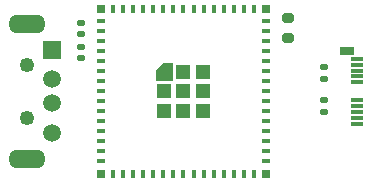
<source format=gbr>
%TF.GenerationSoftware,KiCad,Pcbnew,(6.0.7)*%
%TF.CreationDate,2023-02-04T21:02:38-08:00*%
%TF.ProjectId,ESP_Module,4553505f-4d6f-4647-956c-652e6b696361,rev?*%
%TF.SameCoordinates,Original*%
%TF.FileFunction,Soldermask,Top*%
%TF.FilePolarity,Negative*%
%FSLAX46Y46*%
G04 Gerber Fmt 4.6, Leading zero omitted, Abs format (unit mm)*
G04 Created by KiCad (PCBNEW (6.0.7)) date 2023-02-04 21:02:38*
%MOMM*%
%LPD*%
G01*
G04 APERTURE LIST*
G04 Aperture macros list*
%AMRoundRect*
0 Rectangle with rounded corners*
0 $1 Rounding radius*
0 $2 $3 $4 $5 $6 $7 $8 $9 X,Y pos of 4 corners*
0 Add a 4 corners polygon primitive as box body*
4,1,4,$2,$3,$4,$5,$6,$7,$8,$9,$2,$3,0*
0 Add four circle primitives for the rounded corners*
1,1,$1+$1,$2,$3*
1,1,$1+$1,$4,$5*
1,1,$1+$1,$6,$7*
1,1,$1+$1,$8,$9*
0 Add four rect primitives between the rounded corners*
20,1,$1+$1,$2,$3,$4,$5,0*
20,1,$1+$1,$4,$5,$6,$7,0*
20,1,$1+$1,$6,$7,$8,$9,0*
20,1,$1+$1,$8,$9,$2,$3,0*%
G04 Aperture macros list end*
%ADD10C,0.010000*%
%ADD11C,1.250000*%
%ADD12R,1.508000X1.508000*%
%ADD13C,1.508000*%
%ADD14O,3.150000X1.575000*%
%ADD15R,0.800000X0.400000*%
%ADD16R,0.400000X0.800000*%
%ADD17R,1.200000X1.200000*%
%ADD18R,0.800000X0.800000*%
%ADD19RoundRect,0.135000X0.185000X-0.135000X0.185000X0.135000X-0.185000X0.135000X-0.185000X-0.135000X0*%
%ADD20RoundRect,0.140000X0.170000X-0.140000X0.170000X0.140000X-0.170000X0.140000X-0.170000X-0.140000X0*%
%ADD21RoundRect,0.140000X-0.170000X0.140000X-0.170000X-0.140000X0.170000X-0.140000X0.170000X0.140000X0*%
%ADD22RoundRect,0.135000X-0.185000X0.135000X-0.185000X-0.135000X0.185000X-0.135000X0.185000X0.135000X0*%
%ADD23RoundRect,0.200000X0.275000X-0.200000X0.275000X0.200000X-0.275000X0.200000X-0.275000X-0.200000X0*%
%ADD24R,1.000000X0.380000*%
%ADD25R,1.150000X0.700000*%
G04 APERTURE END LIST*
%TO.C,U2*%
G36*
X130622000Y-104460000D02*
G01*
X129222000Y-104460000D01*
X129222000Y-103710000D01*
X129872000Y-103060000D01*
X130622000Y-103060000D01*
X130622000Y-104460000D01*
G37*
D10*
X130622000Y-104460000D02*
X129222000Y-104460000D01*
X129222000Y-103710000D01*
X129872000Y-103060000D01*
X130622000Y-103060000D01*
X130622000Y-104460000D01*
G36*
X130622000Y-104460000D02*
G01*
X129222000Y-104460000D01*
X129222000Y-103710000D01*
X129872000Y-103060000D01*
X130622000Y-103060000D01*
X130622000Y-104460000D01*
G37*
X130622000Y-104460000D02*
X129222000Y-104460000D01*
X129222000Y-103710000D01*
X129872000Y-103060000D01*
X130622000Y-103060000D01*
X130622000Y-104460000D01*
%TD*%
D11*
%TO.C,J1*%
X118364000Y-107660000D03*
X118364000Y-103160000D03*
D12*
X120464000Y-101910000D03*
D13*
X120464000Y-104410000D03*
X120464000Y-106410000D03*
X120464000Y-108910000D03*
D14*
X118364000Y-99710000D03*
X118364000Y-111110000D03*
%TD*%
D15*
%TO.C,U2*%
X124572000Y-99460000D03*
X124572000Y-100310000D03*
X124572000Y-101160000D03*
X124572000Y-102010000D03*
X124572000Y-102860000D03*
X124572000Y-103710000D03*
X124572000Y-104560000D03*
X124572000Y-105410000D03*
X124572000Y-106260000D03*
X124572000Y-107110000D03*
X124572000Y-107960000D03*
X124572000Y-108810000D03*
X124572000Y-109660000D03*
X124572000Y-110510000D03*
X124572000Y-111360000D03*
D16*
X125622000Y-112410000D03*
X126472000Y-112410000D03*
X127322000Y-112410000D03*
X128172000Y-112410000D03*
X129022000Y-112410000D03*
X129872000Y-112410000D03*
X130722000Y-112410000D03*
X131572000Y-112410000D03*
X132422000Y-112410000D03*
X133272000Y-112410000D03*
X134122000Y-112410000D03*
X134972000Y-112410000D03*
X135822000Y-112410000D03*
X136672000Y-112410000D03*
X137522000Y-112410000D03*
D15*
X138572000Y-111360000D03*
X138572000Y-110510000D03*
X138572000Y-109660000D03*
X138572000Y-108810000D03*
X138572000Y-107960000D03*
X138572000Y-107110000D03*
X138572000Y-106260000D03*
X138572000Y-105410000D03*
X138572000Y-104560000D03*
X138572000Y-103710000D03*
X138572000Y-102860000D03*
X138572000Y-102010000D03*
X138572000Y-101160000D03*
X138572000Y-100310000D03*
X138572000Y-99460000D03*
D16*
X137522000Y-98410000D03*
X136672000Y-98410000D03*
X135822000Y-98410000D03*
X134972000Y-98410000D03*
X134122000Y-98410000D03*
X133272000Y-98410000D03*
X132422000Y-98410000D03*
X131572000Y-98410000D03*
X130722000Y-98410000D03*
X129872000Y-98410000D03*
X129022000Y-98410000D03*
X128172000Y-98410000D03*
X127322000Y-98410000D03*
X126472000Y-98410000D03*
X125622000Y-98410000D03*
D17*
X131572000Y-105410000D03*
X131572000Y-103760000D03*
X133222000Y-103760000D03*
X133222000Y-105410000D03*
X133222000Y-107060000D03*
X131572000Y-107060000D03*
X129922000Y-107060000D03*
X129922000Y-105410000D03*
D18*
X124572000Y-98410000D03*
X124572000Y-112410000D03*
X138572000Y-112410000D03*
X138572000Y-98410000D03*
%TD*%
D19*
%TO.C,R4*%
X143510000Y-104396000D03*
X143510000Y-103376000D03*
%TD*%
D20*
%TO.C,C2*%
X122936000Y-100556000D03*
X122936000Y-99596000D03*
%TD*%
D21*
%TO.C,C1*%
X122936000Y-101628000D03*
X122936000Y-102588000D03*
%TD*%
D22*
%TO.C,R5*%
X143510000Y-106170000D03*
X143510000Y-107190000D03*
%TD*%
D23*
%TO.C,R3*%
X140462000Y-100901000D03*
X140462000Y-99251000D03*
%TD*%
D24*
%TO.C,P1*%
X146264000Y-102660000D03*
X146264000Y-103160000D03*
X146264000Y-103660000D03*
X146264000Y-104160000D03*
X146264000Y-104660000D03*
X146264000Y-106160000D03*
X146264000Y-106660000D03*
X146264000Y-107160000D03*
X146264000Y-107660000D03*
X146264000Y-108160000D03*
D25*
X145424000Y-101990000D03*
%TD*%
M02*

</source>
